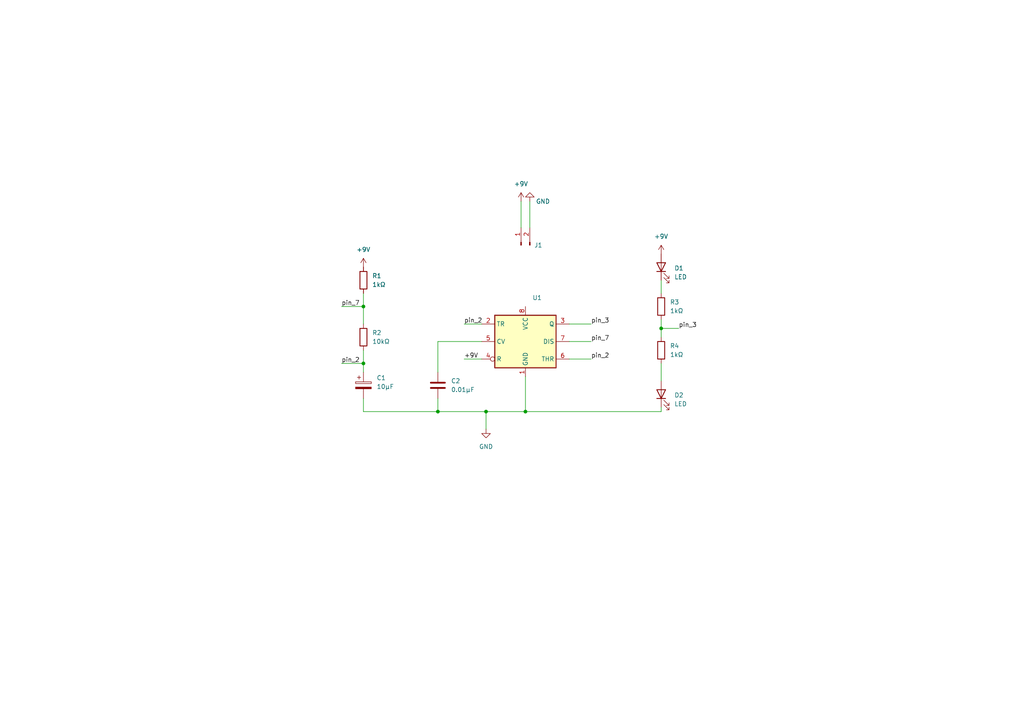
<source format=kicad_sch>
(kicad_sch (version 20211123) (generator eeschema)
  (paper "A4")
  (title_block (title "Lab 4 Exerise 2 - Sajid Khan") (date "2023-01-27") (rev "Ver 1") (company "E E 201"))
  (lib_symbols
    (symbol "Connector:Conn_01x02_Male" (pin_names (offset 1.016) hide)
      (property "Reference" "J1" (at 0 2.54 0))
      (property "Value" "Conn_01x02_Male" (at 0 -5.08 0))
      (symbol "Conn_01x02_Male_1_1"
        (polyline (pts (xy 1.27 -2.54) (xy 0.8636 -2.54)) (stroke (width 0.1524)))
        (polyline (pts (xy 1.27 0) (xy 0.8636 0)) (stroke (width 0.1524)))
        (rectangle (start 0.8636 -2.413) (end 0 -2.667) (stroke (width 0.1524)) (fill (type outline)))
        (rectangle (start 0.8636 0.127) (end 0 -0.127) (stroke (width 0.1524)) (fill (type outline)))
        (pin passive line (at 5.08 0 180) (length 3.81) (name "Pin_1") (number "1"))
        (pin passive line (at 5.08 -2.54 180) (length 3.81) (name "Pin_2") (number "2"))
      )
    )
    (symbol "Device:C" (pin_numbers hide) (pin_names (offset 0.254))
      (property "Reference" "C" (at 0.635 2.54 0))
      (property "Value" "C" (at 0.635 -2.54 0))
      (symbol "C_0_1"
        (polyline (pts (xy -2.032 -0.762) (xy 2.032 -0.762)) (stroke (width 0.508)))
        (polyline (pts (xy -2.032 0.762) (xy 2.032 0.762)) (stroke (width 0.508)))
      )
      (symbol "C_1_1"
        (pin passive line (at 0 3.81 270) (length 2.794) (name "~") (number "1"))
        (pin passive line (at 0 -3.81 90) (length 2.794) (name "~") (number "2"))
      )
    )
    (symbol "Device:C_Polarized" (pin_numbers hide) (pin_names (offset 0.254))
      (property "Reference" "C" (at 0.635 2.54 0))
      (property "Value" "C_Polarized" (at 0.635 -2.54 0))
      (symbol "C_Polarized_0_1"
        (rectangle (start -2.286 0.508) (end 2.286 1.016))
        (polyline (pts (xy -1.778 2.286) (xy -0.762 2.286)))
        (polyline (pts (xy -1.27 2.794) (xy -1.27 1.778)))
        (rectangle (start 2.286 -0.508) (end -2.286 -1.016) (fill (type outline)))
      )
      (symbol "C_Polarized_1_1"
        (pin passive line (at 0 3.81 270) (length 2.794) (name "~") (number "1"))
        (pin passive line (at 0 -3.81 90) (length 2.794) (name "~") (number "2"))
      )
    )
    (symbol "Device:LED" (pin_numbers hide) (pin_names (offset 1.016) hide)
      (property "Reference" "D" (at 0 2.54 0))
      (property "Value" "LED" (at 0 -2.54 0))
      (symbol "LED_0_1"
        (polyline (pts (xy -1.27 -1.27) (xy -1.27 1.27)) (stroke (width 0.254)))
        (polyline (pts (xy -1.27 0) (xy 1.27 0)))
        (polyline (pts (xy 1.27 -1.27) (xy 1.27 1.27) (xy -1.27 0) (xy 1.27 -1.27)) (stroke (width 0.254)))
        (polyline (pts (xy -3.048 -0.762) (xy -4.572 -2.286) (xy -3.81 -2.286) (xy -4.572 -2.286) (xy -4.572 -1.524)))
        (polyline (pts (xy -1.778 -0.762) (xy -3.302 -2.286) (xy -2.54 -2.286) (xy -3.302 -2.286) (xy -3.302 -1.524)))
      )
      (symbol "LED_1_1"
        (pin passive line (at -3.81 0 0) (length 2.54) (name "K") (number "1"))
        (pin passive line (at 3.81 0 180) (length 2.54) (name "A") (number "2"))
      )
    )
    (symbol "Device:R" (pin_numbers hide) (pin_names (offset 0))
      (property "Reference" "R" (at 2.032 0 90))
      (property "Value" "R" (at 0 0 90))
      (symbol "R_0_1"
        (rectangle (start -1.016 -2.54) (end 1.016 2.54) (stroke (width 0.254)))
      )
      (symbol "R_1_1"
        (pin passive line (at 0 3.81 270) (length 1.27) (name "~") (number "1"))
        (pin passive line (at 0 -3.81 90) (length 1.27) (name "~") (number "2"))
      )
    )
    (symbol "Timer:NE555D"
      (property "Reference" "U" (at -10.16 8.89 0))
      (property "Value" "NE555D" (at 2.54 8.89 0))
      (symbol "NE555D_0_0"
        (pin power_in line (at 0 -10.16 90) (length 2.54) (name "GND") (number "1"))
        (pin power_in line (at 0 10.16 270) (length 2.54) (name "VCC") (number "8"))
      )
      (symbol "NE555D_0_1"
        (rectangle (start -8.89 -7.62) (end 8.89 7.62) (stroke (width 0.254)) (fill (type background)))
        (rectangle (start -8.89 -7.62) (end 8.89 7.62) (stroke (width 0.254)) (fill (type background)))
      )
      (symbol "NE555D_1_1"
        (pin input line (at -12.7 5.08 0) (length 3.81) (name "TR") (number "2"))
        (pin output line (at 12.7 5.08 180) (length 3.81) (name "Q") (number "3"))
        (pin input inverted (at -12.7 -5.08 0) (length 3.81) (name "R") (number "4"))
        (pin input line (at -12.7 0 0) (length 3.81) (name "CV") (number "5"))
        (pin input line (at 12.7 -5.08 180) (length 3.81) (name "THR") (number "6"))
        (pin input line (at 12.7 0 180) (length 3.81) (name "DIS") (number "7"))
      )
    )
    (symbol "power:+9V" (power) (pin_names (offset 0))
      (property "Value" "+9V" (at 0 3.556 0))
      (symbol "+9V_0_1"
        (polyline (pts (xy -0.762 1.27) (xy 0 2.54)))
        (polyline (pts (xy 0 0) (xy 0 2.54)))
        (polyline (pts (xy 0 2.54) (xy 0.762 1.27)))
      )
      (symbol "+9V_1_1"
        (pin power_in line (at 0 0 90) (length 0) hide (name "+9V") (number "1"))
      )
    )
    (symbol "power:GND" (power) (pin_names (offset 0))
      (property "Value" "GND" (at 0 -3.81 0))
      (symbol "GND_0_1"
        (polyline (pts (xy 0 0) (xy 0 -1.27) (xy 1.27 -1.27) (xy 0 -2.54) (xy -1.27 -1.27) (xy 0 -1.27)))
      )
      (symbol "GND_1_1"
        (pin power_in line (at 0 0 270) (length 0) hide (name "GND") (number "1"))
      )
    )
  )
  (junction (at 152.4 119.38))
  (junction (at 191.77 95.25))
  (junction (at 140.97 119.38))
  (junction (at 127 119.38))
  (junction (at 105.41 105.41))
  (junction (at 105.41 88.9))
  (wire (pts (xy 99.06 105.41) (xy 105.41 105.41)))
  (wire (pts (xy 191.77 81.28) (xy 191.77 85.09)))
  (wire (pts (xy 152.4 119.38) (xy 191.77 119.38)))
  (wire (pts (xy 127 115.57) (xy 127 119.38)))
  (wire (pts (xy 191.77 105.41) (xy 191.77 110.49)))
  (wire (pts (xy 105.41 105.41) (xy 105.41 107.95)))
  (wire (pts (xy 105.41 85.09) (xy 105.41 88.9)))
  (wire (pts (xy 99.06 88.9) (xy 105.41 88.9)))
  (wire (pts (xy 153.67 58.42) (xy 153.67 66.04)))
  (wire (pts (xy 191.77 95.25) (xy 196.85 95.25)))
  (wire (pts (xy 105.41 119.38) (xy 127 119.38)))
  (wire (pts (xy 127 119.38) (xy 140.97 119.38)))
  (wire (pts (xy 191.77 95.25) (xy 191.77 97.79)))
  (wire (pts (xy 151.13 58.42) (xy 151.13 66.04)))
  (wire (pts (xy 140.97 119.38) (xy 152.4 119.38)))
  (wire (pts (xy 127 99.06) (xy 127 107.95)))
  (wire (pts (xy 165.1 93.98) (xy 171.45 93.98)))
  (wire (pts (xy 134.62 93.98) (xy 139.7 93.98)))
  (wire (pts (xy 140.97 124.46) (xy 140.97 119.38)))
  (wire (pts (xy 139.7 99.06) (xy 127 99.06)))
  (wire (pts (xy 134.62 104.14) (xy 139.7 104.14)))
  (wire (pts (xy 105.41 115.57) (xy 105.41 119.38)))
  (wire (pts (xy 191.77 92.71) (xy 191.77 95.25)))
  (wire (pts (xy 152.4 119.38) (xy 152.4 109.22)))
  (wire (pts (xy 191.77 119.38) (xy 191.77 118.11)))
  (wire (pts (xy 165.1 99.06) (xy 171.45 99.06)))
  (wire (pts (xy 165.1 104.14) (xy 171.45 104.14)))
  (wire (pts (xy 105.41 88.9) (xy 105.41 93.98)))
  (wire (pts (xy 105.41 101.6) (xy 105.41 105.41)))
  (label "pin_3" (at 196.85 95.25 0))
  (label "pin_7" (at 99.06 88.9 0))
  (label "+9V" (at 134.62 104.14 0))
  (label "pin_2" (at 171.45 104.14 0))
  (label "pin_2" (at 134.62 93.98 0))
  (label "pin_2" (at 99.06 105.41 0))
  (label "pin_7" (at 171.45 99.06 0))
  (label "pin_3" (at 171.45 93.98 0))
  (symbol (lib_id "power:GND") (at 153.67 58.42 180) (unit 1)
    (property "Reference" "#PWR02" (effects hide))
    (property "Value" "GND" (at 157.48 58.42 0))
  )
  (symbol (lib_id "Device:R") (at 191.77 88.9 0) (unit 1)
    (property "Reference" "R3" (at 194.31 87.6299 0) (effects (justify left)))
    (property "Value" "1kΩ" (at 194.31 90.1699 0) (effects (justify left)))
  )
  (symbol (lib_id "Timer:NE555D") (at 152.4 99.06 0) (unit 1)
    (property "Reference" "U1" (at 154.4194 86.36 0) (effects (justify left)))
    (property "Value" "NE555D" (effects hide))
    (property "Footprint" "Package_SO:SOIC-8_3.9x4.9mm_P1.27mm" (effects hide))
    (property "Datasheet" "http://www.ti.com/lit/ds/symlink/ne555.pdf" (effects hide))
  )
  (symbol (lib_id "power:+9V") (at 105.41 77.47 0) (unit 1)
    (property "Reference" "#PWR04" (effects hide))
    (property "Value" "+9V" (at 105.41 72.39 0))
  )
  (symbol (lib_id "Device:R") (at 105.41 81.28 0) (unit 1)
    (property "Reference" "R1" (at 107.95 80.0099 0) (effects (justify left)))
    (property "Value" "1kΩ" (at 107.95 82.5499 0) (effects (justify left)))
  )
  (symbol (lib_id "Device:R") (at 191.77 101.6 0) (unit 1)
    (property "Reference" "R4" (at 194.31 100.3299 0) (effects (justify left)))
    (property "Value" "1kΩ" (at 194.31 102.8699 0) (effects (justify left)))
  )
  (symbol (lib_id "power:+9V") (at 151.13 58.42 0) (unit 1)
    (property "Reference" "#PWR01" (effects hide))
    (property "Value" "+9V" (at 151.13 53.34 0))
  )
  (symbol (lib_id "Device:R") (at 105.41 97.79 0) (unit 1)
    (property "Reference" "R2" (at 107.95 96.5199 0) (effects (justify left)))
    (property "Value" "10kΩ" (at 107.95 99.0599 0) (effects (justify left)))
  )
  (symbol (lib_id "Device:LED") (at 191.77 77.47 90) (unit 1)
    (property "Reference" "D1" (at 195.58 77.7874 90) (effects (justify right)))
    (property "Value" "LED" (at 195.58 80.3274 90) (effects (justify right)))
  )
  (symbol (lib_id "Device:C_Polarized") (at 105.41 111.76 0) (unit 1)
    (property "Reference" "C1" (at 109.22 109.6009 0) (effects (justify left)))
    (property "Value" "10μF" (at 109.22 112.1409 0) (effects (justify left)))
  )
  (symbol (lib_id "power:GND") (at 140.97 124.46 0) (unit 1)
    (property "Reference" "#PWR05" (effects hide))
    (property "Value" "GND" (at 140.97 129.54 0))
  )
  (symbol (lib_id "Connector:Conn_01x02_Male") (at 151.13 71.12 90) (unit 1)
    (property "Reference" "J1" (at 154.94 71.12 90) (effects (justify right)))
    (property "Value" "Conn_01x02_Male" (effects hide))
  )
  (symbol (lib_id "Device:LED") (at 191.77 114.3 90) (unit 1)
    (property "Reference" "D2" (at 195.58 114.6174 90) (effects (justify right)))
    (property "Value" "LED" (at 195.58 117.1574 90) (effects (justify right)))
  )
  (symbol (lib_id "Device:C") (at 127 111.76 0) (unit 1)
    (property "Reference" "C2" (at 130.81 110.4899 0) (effects (justify left)))
    (property "Value" "0.01μF" (at 130.81 113.0299 0) (effects (justify left)))
  )
  (symbol (lib_id "power:+9V") (at 191.77 73.66 0) (unit 1)
    (property "Reference" "#PWR03" (effects hide))
    (property "Value" "+9V" (at 191.77 68.58 0))
  )
)
</source>
